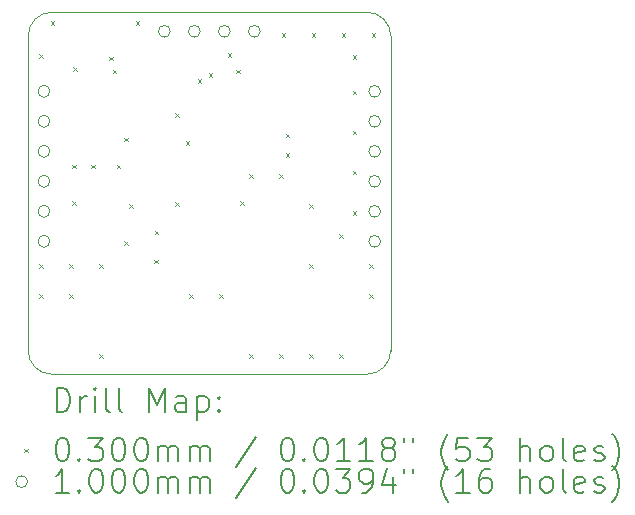
<source format=gbr>
%TF.GenerationSoftware,KiCad,Pcbnew,7.0.1*%
%TF.CreationDate,2023-07-17T03:26:54+02:00*%
%TF.ProjectId,RS485_interface,52533438-355f-4696-9e74-657266616365,2*%
%TF.SameCoordinates,Original*%
%TF.FileFunction,Drillmap*%
%TF.FilePolarity,Positive*%
%FSLAX45Y45*%
G04 Gerber Fmt 4.5, Leading zero omitted, Abs format (unit mm)*
G04 Created by KiCad (PCBNEW 7.0.1) date 2023-07-17 03:26:54*
%MOMM*%
%LPD*%
G01*
G04 APERTURE LIST*
%ADD10C,0.100000*%
%ADD11C,0.200000*%
%ADD12C,0.030000*%
G04 APERTURE END LIST*
D10*
X9410030Y-4613998D02*
X12080030Y-4613998D01*
X12280030Y-4813998D02*
X12280030Y-7478998D01*
X12080030Y-7678998D02*
G75*
G03*
X12280030Y-7478998I0J200000D01*
G01*
X12080030Y-7678998D02*
X9410030Y-7678998D01*
X9410030Y-4613998D02*
G75*
G03*
X9210030Y-4813998I0J-200000D01*
G01*
X12280030Y-4813998D02*
G75*
G03*
X12080030Y-4613998I-200000J0D01*
G01*
X9210030Y-7478998D02*
X9210030Y-4813998D01*
X9210030Y-7478998D02*
G75*
G03*
X9410030Y-7678998I200000J0D01*
G01*
D11*
D12*
X9303500Y-4969042D02*
X9333500Y-4999042D01*
X9333500Y-4969042D02*
X9303500Y-4999042D01*
X9303500Y-6747042D02*
X9333500Y-6777042D01*
X9333500Y-6747042D02*
X9303500Y-6777042D01*
X9303500Y-7001042D02*
X9333500Y-7031042D01*
X9333500Y-7001042D02*
X9303500Y-7031042D01*
X9400030Y-4691498D02*
X9430030Y-4721498D01*
X9430030Y-4691498D02*
X9400030Y-4721498D01*
X9557500Y-6747042D02*
X9587500Y-6777042D01*
X9587500Y-6747042D02*
X9557500Y-6777042D01*
X9557500Y-7001042D02*
X9587500Y-7031042D01*
X9587500Y-7001042D02*
X9557500Y-7031042D01*
X9582530Y-5906448D02*
X9612530Y-5936448D01*
X9612530Y-5906448D02*
X9582530Y-5936448D01*
X9582530Y-6213948D02*
X9612530Y-6243948D01*
X9612530Y-6213948D02*
X9582530Y-6243948D01*
X9590030Y-5081498D02*
X9620030Y-5111498D01*
X9620030Y-5081498D02*
X9590030Y-5111498D01*
X9745030Y-5906448D02*
X9775030Y-5936448D01*
X9775030Y-5906448D02*
X9745030Y-5936448D01*
X9811500Y-6747042D02*
X9841500Y-6777042D01*
X9841500Y-6747042D02*
X9811500Y-6777042D01*
X9811500Y-7509042D02*
X9841500Y-7539042D01*
X9841500Y-7509042D02*
X9811500Y-7539042D01*
X9897530Y-4991498D02*
X9927530Y-5021498D01*
X9927530Y-4991498D02*
X9897530Y-5021498D01*
X9927500Y-5102500D02*
X9957500Y-5132500D01*
X9957500Y-5102500D02*
X9927500Y-5132500D01*
X9960030Y-5906448D02*
X9990030Y-5936448D01*
X9990030Y-5906448D02*
X9960030Y-5936448D01*
X10022500Y-5677500D02*
X10052500Y-5707500D01*
X10052500Y-5677500D02*
X10022500Y-5707500D01*
X10025030Y-6551498D02*
X10055030Y-6581498D01*
X10055030Y-6551498D02*
X10025030Y-6581498D01*
X10065500Y-6239042D02*
X10095500Y-6269042D01*
X10095500Y-6239042D02*
X10065500Y-6269042D01*
X10120030Y-4691498D02*
X10150030Y-4721498D01*
X10150030Y-4691498D02*
X10120030Y-4721498D01*
X10278500Y-6708042D02*
X10308500Y-6738042D01*
X10308500Y-6708042D02*
X10278500Y-6738042D01*
X10281000Y-6465542D02*
X10311000Y-6495542D01*
X10311000Y-6465542D02*
X10281000Y-6495542D01*
X10455030Y-6221498D02*
X10485030Y-6251498D01*
X10485030Y-6221498D02*
X10455030Y-6251498D01*
X10457530Y-5470248D02*
X10487530Y-5500248D01*
X10487530Y-5470248D02*
X10457530Y-5500248D01*
X10545030Y-5706498D02*
X10575030Y-5736498D01*
X10575030Y-5706498D02*
X10545030Y-5736498D01*
X10573500Y-7001042D02*
X10603500Y-7031042D01*
X10603500Y-7001042D02*
X10573500Y-7031042D01*
X10647530Y-5181498D02*
X10677530Y-5211498D01*
X10677530Y-5181498D02*
X10647530Y-5211498D01*
X10740030Y-5131498D02*
X10770030Y-5161498D01*
X10770030Y-5131498D02*
X10740030Y-5161498D01*
X10827500Y-7001042D02*
X10857500Y-7031042D01*
X10857500Y-7001042D02*
X10827500Y-7031042D01*
X10900030Y-4961498D02*
X10930030Y-4991498D01*
X10930030Y-4961498D02*
X10900030Y-4991498D01*
X10970030Y-5098998D02*
X11000030Y-5128998D01*
X11000030Y-5098998D02*
X10970030Y-5128998D01*
X11003500Y-6215542D02*
X11033500Y-6245542D01*
X11033500Y-6215542D02*
X11003500Y-6245542D01*
X11081500Y-5985042D02*
X11111500Y-6015042D01*
X11111500Y-5985042D02*
X11081500Y-6015042D01*
X11081500Y-7509042D02*
X11111500Y-7539042D01*
X11111500Y-7509042D02*
X11081500Y-7539042D01*
X11335500Y-5985042D02*
X11365500Y-6015042D01*
X11365500Y-5985042D02*
X11335500Y-6015042D01*
X11335500Y-7509042D02*
X11365500Y-7539042D01*
X11365500Y-7509042D02*
X11335500Y-7539042D01*
X11355530Y-4791498D02*
X11385530Y-4821498D01*
X11385530Y-4791498D02*
X11355530Y-4821498D01*
X11390030Y-5641498D02*
X11420030Y-5671498D01*
X11420030Y-5641498D02*
X11390030Y-5671498D01*
X11390030Y-5808998D02*
X11420030Y-5838998D01*
X11420030Y-5808998D02*
X11390030Y-5838998D01*
X11589500Y-6239042D02*
X11619500Y-6269042D01*
X11619500Y-6239042D02*
X11589500Y-6269042D01*
X11589500Y-6747042D02*
X11619500Y-6777042D01*
X11619500Y-6747042D02*
X11589500Y-6777042D01*
X11589500Y-7509042D02*
X11619500Y-7539042D01*
X11619500Y-7509042D02*
X11589500Y-7539042D01*
X11609530Y-4791498D02*
X11639530Y-4821498D01*
X11639530Y-4791498D02*
X11609530Y-4821498D01*
X11843500Y-6493042D02*
X11873500Y-6523042D01*
X11873500Y-6493042D02*
X11843500Y-6523042D01*
X11843500Y-7509042D02*
X11873500Y-7539042D01*
X11873500Y-7509042D02*
X11843500Y-7539042D01*
X11863530Y-4791498D02*
X11893530Y-4821498D01*
X11893530Y-4791498D02*
X11863530Y-4821498D01*
X11957530Y-4978998D02*
X11987530Y-5008998D01*
X11987530Y-4978998D02*
X11957530Y-5008998D01*
X11957530Y-5278998D02*
X11987530Y-5308998D01*
X11987530Y-5278998D02*
X11957530Y-5308998D01*
X11957530Y-5616498D02*
X11987530Y-5646498D01*
X11987530Y-5616498D02*
X11957530Y-5646498D01*
X11957530Y-5956498D02*
X11987530Y-5986498D01*
X11987530Y-5956498D02*
X11957530Y-5986498D01*
X11957530Y-6296498D02*
X11987530Y-6326498D01*
X11987530Y-6296498D02*
X11957530Y-6326498D01*
X12097500Y-6747042D02*
X12127500Y-6777042D01*
X12127500Y-6747042D02*
X12097500Y-6777042D01*
X12097500Y-7001042D02*
X12127500Y-7031042D01*
X12127500Y-7001042D02*
X12097500Y-7031042D01*
X12117530Y-4791498D02*
X12147530Y-4821498D01*
X12147530Y-4791498D02*
X12117530Y-4821498D01*
D10*
X9394000Y-5283542D02*
G75*
G03*
X9394000Y-5283542I-50000J0D01*
G01*
X9394000Y-5537542D02*
G75*
G03*
X9394000Y-5537542I-50000J0D01*
G01*
X9394000Y-5791542D02*
G75*
G03*
X9394000Y-5791542I-50000J0D01*
G01*
X9394000Y-6045542D02*
G75*
G03*
X9394000Y-6045542I-50000J0D01*
G01*
X9394000Y-6299542D02*
G75*
G03*
X9394000Y-6299542I-50000J0D01*
G01*
X9394000Y-6553542D02*
G75*
G03*
X9394000Y-6553542I-50000J0D01*
G01*
X10413000Y-4775542D02*
G75*
G03*
X10413000Y-4775542I-50000J0D01*
G01*
X10667000Y-4775542D02*
G75*
G03*
X10667000Y-4775542I-50000J0D01*
G01*
X10921000Y-4775542D02*
G75*
G03*
X10921000Y-4775542I-50000J0D01*
G01*
X11175000Y-4775542D02*
G75*
G03*
X11175000Y-4775542I-50000J0D01*
G01*
X12194000Y-5283542D02*
G75*
G03*
X12194000Y-5283542I-50000J0D01*
G01*
X12194000Y-5537542D02*
G75*
G03*
X12194000Y-5537542I-50000J0D01*
G01*
X12194000Y-5791542D02*
G75*
G03*
X12194000Y-5791542I-50000J0D01*
G01*
X12194000Y-6045542D02*
G75*
G03*
X12194000Y-6045542I-50000J0D01*
G01*
X12194000Y-6299542D02*
G75*
G03*
X12194000Y-6299542I-50000J0D01*
G01*
X12194000Y-6553542D02*
G75*
G03*
X12194000Y-6553542I-50000J0D01*
G01*
D11*
X9452649Y-7996522D02*
X9452649Y-7796522D01*
X9452649Y-7796522D02*
X9500268Y-7796522D01*
X9500268Y-7796522D02*
X9528840Y-7806045D01*
X9528840Y-7806045D02*
X9547887Y-7825093D01*
X9547887Y-7825093D02*
X9557411Y-7844141D01*
X9557411Y-7844141D02*
X9566935Y-7882236D01*
X9566935Y-7882236D02*
X9566935Y-7910807D01*
X9566935Y-7910807D02*
X9557411Y-7948902D01*
X9557411Y-7948902D02*
X9547887Y-7967950D01*
X9547887Y-7967950D02*
X9528840Y-7986998D01*
X9528840Y-7986998D02*
X9500268Y-7996522D01*
X9500268Y-7996522D02*
X9452649Y-7996522D01*
X9652649Y-7996522D02*
X9652649Y-7863188D01*
X9652649Y-7901283D02*
X9662173Y-7882236D01*
X9662173Y-7882236D02*
X9671697Y-7872712D01*
X9671697Y-7872712D02*
X9690744Y-7863188D01*
X9690744Y-7863188D02*
X9709792Y-7863188D01*
X9776459Y-7996522D02*
X9776459Y-7863188D01*
X9776459Y-7796522D02*
X9766935Y-7806045D01*
X9766935Y-7806045D02*
X9776459Y-7815569D01*
X9776459Y-7815569D02*
X9785982Y-7806045D01*
X9785982Y-7806045D02*
X9776459Y-7796522D01*
X9776459Y-7796522D02*
X9776459Y-7815569D01*
X9900268Y-7996522D02*
X9881221Y-7986998D01*
X9881221Y-7986998D02*
X9871697Y-7967950D01*
X9871697Y-7967950D02*
X9871697Y-7796522D01*
X10005030Y-7996522D02*
X9985982Y-7986998D01*
X9985982Y-7986998D02*
X9976459Y-7967950D01*
X9976459Y-7967950D02*
X9976459Y-7796522D01*
X10233602Y-7996522D02*
X10233602Y-7796522D01*
X10233602Y-7796522D02*
X10300268Y-7939379D01*
X10300268Y-7939379D02*
X10366935Y-7796522D01*
X10366935Y-7796522D02*
X10366935Y-7996522D01*
X10547887Y-7996522D02*
X10547887Y-7891760D01*
X10547887Y-7891760D02*
X10538363Y-7872712D01*
X10538363Y-7872712D02*
X10519316Y-7863188D01*
X10519316Y-7863188D02*
X10481221Y-7863188D01*
X10481221Y-7863188D02*
X10462173Y-7872712D01*
X10547887Y-7986998D02*
X10528840Y-7996522D01*
X10528840Y-7996522D02*
X10481221Y-7996522D01*
X10481221Y-7996522D02*
X10462173Y-7986998D01*
X10462173Y-7986998D02*
X10452649Y-7967950D01*
X10452649Y-7967950D02*
X10452649Y-7948902D01*
X10452649Y-7948902D02*
X10462173Y-7929855D01*
X10462173Y-7929855D02*
X10481221Y-7920331D01*
X10481221Y-7920331D02*
X10528840Y-7920331D01*
X10528840Y-7920331D02*
X10547887Y-7910807D01*
X10643125Y-7863188D02*
X10643125Y-8063188D01*
X10643125Y-7872712D02*
X10662173Y-7863188D01*
X10662173Y-7863188D02*
X10700268Y-7863188D01*
X10700268Y-7863188D02*
X10719316Y-7872712D01*
X10719316Y-7872712D02*
X10728840Y-7882236D01*
X10728840Y-7882236D02*
X10738363Y-7901283D01*
X10738363Y-7901283D02*
X10738363Y-7958426D01*
X10738363Y-7958426D02*
X10728840Y-7977474D01*
X10728840Y-7977474D02*
X10719316Y-7986998D01*
X10719316Y-7986998D02*
X10700268Y-7996522D01*
X10700268Y-7996522D02*
X10662173Y-7996522D01*
X10662173Y-7996522D02*
X10643125Y-7986998D01*
X10824078Y-7977474D02*
X10833602Y-7986998D01*
X10833602Y-7986998D02*
X10824078Y-7996522D01*
X10824078Y-7996522D02*
X10814554Y-7986998D01*
X10814554Y-7986998D02*
X10824078Y-7977474D01*
X10824078Y-7977474D02*
X10824078Y-7996522D01*
X10824078Y-7872712D02*
X10833602Y-7882236D01*
X10833602Y-7882236D02*
X10824078Y-7891760D01*
X10824078Y-7891760D02*
X10814554Y-7882236D01*
X10814554Y-7882236D02*
X10824078Y-7872712D01*
X10824078Y-7872712D02*
X10824078Y-7891760D01*
D12*
X9175030Y-8308998D02*
X9205030Y-8338998D01*
X9205030Y-8308998D02*
X9175030Y-8338998D01*
D11*
X9490744Y-8216522D02*
X9509792Y-8216522D01*
X9509792Y-8216522D02*
X9528840Y-8226045D01*
X9528840Y-8226045D02*
X9538363Y-8235569D01*
X9538363Y-8235569D02*
X9547887Y-8254617D01*
X9547887Y-8254617D02*
X9557411Y-8292712D01*
X9557411Y-8292712D02*
X9557411Y-8340331D01*
X9557411Y-8340331D02*
X9547887Y-8378426D01*
X9547887Y-8378426D02*
X9538363Y-8397474D01*
X9538363Y-8397474D02*
X9528840Y-8406998D01*
X9528840Y-8406998D02*
X9509792Y-8416522D01*
X9509792Y-8416522D02*
X9490744Y-8416522D01*
X9490744Y-8416522D02*
X9471697Y-8406998D01*
X9471697Y-8406998D02*
X9462173Y-8397474D01*
X9462173Y-8397474D02*
X9452649Y-8378426D01*
X9452649Y-8378426D02*
X9443125Y-8340331D01*
X9443125Y-8340331D02*
X9443125Y-8292712D01*
X9443125Y-8292712D02*
X9452649Y-8254617D01*
X9452649Y-8254617D02*
X9462173Y-8235569D01*
X9462173Y-8235569D02*
X9471697Y-8226045D01*
X9471697Y-8226045D02*
X9490744Y-8216522D01*
X9643125Y-8397474D02*
X9652649Y-8406998D01*
X9652649Y-8406998D02*
X9643125Y-8416522D01*
X9643125Y-8416522D02*
X9633602Y-8406998D01*
X9633602Y-8406998D02*
X9643125Y-8397474D01*
X9643125Y-8397474D02*
X9643125Y-8416522D01*
X9719316Y-8216522D02*
X9843125Y-8216522D01*
X9843125Y-8216522D02*
X9776459Y-8292712D01*
X9776459Y-8292712D02*
X9805030Y-8292712D01*
X9805030Y-8292712D02*
X9824078Y-8302236D01*
X9824078Y-8302236D02*
X9833602Y-8311760D01*
X9833602Y-8311760D02*
X9843125Y-8330807D01*
X9843125Y-8330807D02*
X9843125Y-8378426D01*
X9843125Y-8378426D02*
X9833602Y-8397474D01*
X9833602Y-8397474D02*
X9824078Y-8406998D01*
X9824078Y-8406998D02*
X9805030Y-8416522D01*
X9805030Y-8416522D02*
X9747887Y-8416522D01*
X9747887Y-8416522D02*
X9728840Y-8406998D01*
X9728840Y-8406998D02*
X9719316Y-8397474D01*
X9966935Y-8216522D02*
X9985983Y-8216522D01*
X9985983Y-8216522D02*
X10005030Y-8226045D01*
X10005030Y-8226045D02*
X10014554Y-8235569D01*
X10014554Y-8235569D02*
X10024078Y-8254617D01*
X10024078Y-8254617D02*
X10033602Y-8292712D01*
X10033602Y-8292712D02*
X10033602Y-8340331D01*
X10033602Y-8340331D02*
X10024078Y-8378426D01*
X10024078Y-8378426D02*
X10014554Y-8397474D01*
X10014554Y-8397474D02*
X10005030Y-8406998D01*
X10005030Y-8406998D02*
X9985983Y-8416522D01*
X9985983Y-8416522D02*
X9966935Y-8416522D01*
X9966935Y-8416522D02*
X9947887Y-8406998D01*
X9947887Y-8406998D02*
X9938363Y-8397474D01*
X9938363Y-8397474D02*
X9928840Y-8378426D01*
X9928840Y-8378426D02*
X9919316Y-8340331D01*
X9919316Y-8340331D02*
X9919316Y-8292712D01*
X9919316Y-8292712D02*
X9928840Y-8254617D01*
X9928840Y-8254617D02*
X9938363Y-8235569D01*
X9938363Y-8235569D02*
X9947887Y-8226045D01*
X9947887Y-8226045D02*
X9966935Y-8216522D01*
X10157411Y-8216522D02*
X10176459Y-8216522D01*
X10176459Y-8216522D02*
X10195506Y-8226045D01*
X10195506Y-8226045D02*
X10205030Y-8235569D01*
X10205030Y-8235569D02*
X10214554Y-8254617D01*
X10214554Y-8254617D02*
X10224078Y-8292712D01*
X10224078Y-8292712D02*
X10224078Y-8340331D01*
X10224078Y-8340331D02*
X10214554Y-8378426D01*
X10214554Y-8378426D02*
X10205030Y-8397474D01*
X10205030Y-8397474D02*
X10195506Y-8406998D01*
X10195506Y-8406998D02*
X10176459Y-8416522D01*
X10176459Y-8416522D02*
X10157411Y-8416522D01*
X10157411Y-8416522D02*
X10138363Y-8406998D01*
X10138363Y-8406998D02*
X10128840Y-8397474D01*
X10128840Y-8397474D02*
X10119316Y-8378426D01*
X10119316Y-8378426D02*
X10109792Y-8340331D01*
X10109792Y-8340331D02*
X10109792Y-8292712D01*
X10109792Y-8292712D02*
X10119316Y-8254617D01*
X10119316Y-8254617D02*
X10128840Y-8235569D01*
X10128840Y-8235569D02*
X10138363Y-8226045D01*
X10138363Y-8226045D02*
X10157411Y-8216522D01*
X10309792Y-8416522D02*
X10309792Y-8283188D01*
X10309792Y-8302236D02*
X10319316Y-8292712D01*
X10319316Y-8292712D02*
X10338363Y-8283188D01*
X10338363Y-8283188D02*
X10366935Y-8283188D01*
X10366935Y-8283188D02*
X10385983Y-8292712D01*
X10385983Y-8292712D02*
X10395506Y-8311760D01*
X10395506Y-8311760D02*
X10395506Y-8416522D01*
X10395506Y-8311760D02*
X10405030Y-8292712D01*
X10405030Y-8292712D02*
X10424078Y-8283188D01*
X10424078Y-8283188D02*
X10452649Y-8283188D01*
X10452649Y-8283188D02*
X10471697Y-8292712D01*
X10471697Y-8292712D02*
X10481221Y-8311760D01*
X10481221Y-8311760D02*
X10481221Y-8416522D01*
X10576459Y-8416522D02*
X10576459Y-8283188D01*
X10576459Y-8302236D02*
X10585983Y-8292712D01*
X10585983Y-8292712D02*
X10605030Y-8283188D01*
X10605030Y-8283188D02*
X10633602Y-8283188D01*
X10633602Y-8283188D02*
X10652649Y-8292712D01*
X10652649Y-8292712D02*
X10662173Y-8311760D01*
X10662173Y-8311760D02*
X10662173Y-8416522D01*
X10662173Y-8311760D02*
X10671697Y-8292712D01*
X10671697Y-8292712D02*
X10690744Y-8283188D01*
X10690744Y-8283188D02*
X10719316Y-8283188D01*
X10719316Y-8283188D02*
X10738364Y-8292712D01*
X10738364Y-8292712D02*
X10747887Y-8311760D01*
X10747887Y-8311760D02*
X10747887Y-8416522D01*
X11138364Y-8206998D02*
X10966935Y-8464141D01*
X11395506Y-8216522D02*
X11414554Y-8216522D01*
X11414554Y-8216522D02*
X11433602Y-8226045D01*
X11433602Y-8226045D02*
X11443125Y-8235569D01*
X11443125Y-8235569D02*
X11452649Y-8254617D01*
X11452649Y-8254617D02*
X11462173Y-8292712D01*
X11462173Y-8292712D02*
X11462173Y-8340331D01*
X11462173Y-8340331D02*
X11452649Y-8378426D01*
X11452649Y-8378426D02*
X11443125Y-8397474D01*
X11443125Y-8397474D02*
X11433602Y-8406998D01*
X11433602Y-8406998D02*
X11414554Y-8416522D01*
X11414554Y-8416522D02*
X11395506Y-8416522D01*
X11395506Y-8416522D02*
X11376459Y-8406998D01*
X11376459Y-8406998D02*
X11366935Y-8397474D01*
X11366935Y-8397474D02*
X11357411Y-8378426D01*
X11357411Y-8378426D02*
X11347887Y-8340331D01*
X11347887Y-8340331D02*
X11347887Y-8292712D01*
X11347887Y-8292712D02*
X11357411Y-8254617D01*
X11357411Y-8254617D02*
X11366935Y-8235569D01*
X11366935Y-8235569D02*
X11376459Y-8226045D01*
X11376459Y-8226045D02*
X11395506Y-8216522D01*
X11547887Y-8397474D02*
X11557411Y-8406998D01*
X11557411Y-8406998D02*
X11547887Y-8416522D01*
X11547887Y-8416522D02*
X11538364Y-8406998D01*
X11538364Y-8406998D02*
X11547887Y-8397474D01*
X11547887Y-8397474D02*
X11547887Y-8416522D01*
X11681221Y-8216522D02*
X11700268Y-8216522D01*
X11700268Y-8216522D02*
X11719316Y-8226045D01*
X11719316Y-8226045D02*
X11728840Y-8235569D01*
X11728840Y-8235569D02*
X11738364Y-8254617D01*
X11738364Y-8254617D02*
X11747887Y-8292712D01*
X11747887Y-8292712D02*
X11747887Y-8340331D01*
X11747887Y-8340331D02*
X11738364Y-8378426D01*
X11738364Y-8378426D02*
X11728840Y-8397474D01*
X11728840Y-8397474D02*
X11719316Y-8406998D01*
X11719316Y-8406998D02*
X11700268Y-8416522D01*
X11700268Y-8416522D02*
X11681221Y-8416522D01*
X11681221Y-8416522D02*
X11662173Y-8406998D01*
X11662173Y-8406998D02*
X11652649Y-8397474D01*
X11652649Y-8397474D02*
X11643125Y-8378426D01*
X11643125Y-8378426D02*
X11633602Y-8340331D01*
X11633602Y-8340331D02*
X11633602Y-8292712D01*
X11633602Y-8292712D02*
X11643125Y-8254617D01*
X11643125Y-8254617D02*
X11652649Y-8235569D01*
X11652649Y-8235569D02*
X11662173Y-8226045D01*
X11662173Y-8226045D02*
X11681221Y-8216522D01*
X11938364Y-8416522D02*
X11824078Y-8416522D01*
X11881221Y-8416522D02*
X11881221Y-8216522D01*
X11881221Y-8216522D02*
X11862173Y-8245093D01*
X11862173Y-8245093D02*
X11843125Y-8264141D01*
X11843125Y-8264141D02*
X11824078Y-8273664D01*
X12128840Y-8416522D02*
X12014554Y-8416522D01*
X12071697Y-8416522D02*
X12071697Y-8216522D01*
X12071697Y-8216522D02*
X12052649Y-8245093D01*
X12052649Y-8245093D02*
X12033602Y-8264141D01*
X12033602Y-8264141D02*
X12014554Y-8273664D01*
X12243125Y-8302236D02*
X12224078Y-8292712D01*
X12224078Y-8292712D02*
X12214554Y-8283188D01*
X12214554Y-8283188D02*
X12205030Y-8264141D01*
X12205030Y-8264141D02*
X12205030Y-8254617D01*
X12205030Y-8254617D02*
X12214554Y-8235569D01*
X12214554Y-8235569D02*
X12224078Y-8226045D01*
X12224078Y-8226045D02*
X12243125Y-8216522D01*
X12243125Y-8216522D02*
X12281221Y-8216522D01*
X12281221Y-8216522D02*
X12300268Y-8226045D01*
X12300268Y-8226045D02*
X12309792Y-8235569D01*
X12309792Y-8235569D02*
X12319316Y-8254617D01*
X12319316Y-8254617D02*
X12319316Y-8264141D01*
X12319316Y-8264141D02*
X12309792Y-8283188D01*
X12309792Y-8283188D02*
X12300268Y-8292712D01*
X12300268Y-8292712D02*
X12281221Y-8302236D01*
X12281221Y-8302236D02*
X12243125Y-8302236D01*
X12243125Y-8302236D02*
X12224078Y-8311760D01*
X12224078Y-8311760D02*
X12214554Y-8321283D01*
X12214554Y-8321283D02*
X12205030Y-8340331D01*
X12205030Y-8340331D02*
X12205030Y-8378426D01*
X12205030Y-8378426D02*
X12214554Y-8397474D01*
X12214554Y-8397474D02*
X12224078Y-8406998D01*
X12224078Y-8406998D02*
X12243125Y-8416522D01*
X12243125Y-8416522D02*
X12281221Y-8416522D01*
X12281221Y-8416522D02*
X12300268Y-8406998D01*
X12300268Y-8406998D02*
X12309792Y-8397474D01*
X12309792Y-8397474D02*
X12319316Y-8378426D01*
X12319316Y-8378426D02*
X12319316Y-8340331D01*
X12319316Y-8340331D02*
X12309792Y-8321283D01*
X12309792Y-8321283D02*
X12300268Y-8311760D01*
X12300268Y-8311760D02*
X12281221Y-8302236D01*
X12395506Y-8216522D02*
X12395506Y-8254617D01*
X12471697Y-8216522D02*
X12471697Y-8254617D01*
X12766935Y-8492712D02*
X12757411Y-8483188D01*
X12757411Y-8483188D02*
X12738364Y-8454617D01*
X12738364Y-8454617D02*
X12728840Y-8435569D01*
X12728840Y-8435569D02*
X12719316Y-8406998D01*
X12719316Y-8406998D02*
X12709792Y-8359379D01*
X12709792Y-8359379D02*
X12709792Y-8321283D01*
X12709792Y-8321283D02*
X12719316Y-8273664D01*
X12719316Y-8273664D02*
X12728840Y-8245093D01*
X12728840Y-8245093D02*
X12738364Y-8226045D01*
X12738364Y-8226045D02*
X12757411Y-8197474D01*
X12757411Y-8197474D02*
X12766935Y-8187950D01*
X12938364Y-8216522D02*
X12843126Y-8216522D01*
X12843126Y-8216522D02*
X12833602Y-8311760D01*
X12833602Y-8311760D02*
X12843126Y-8302236D01*
X12843126Y-8302236D02*
X12862173Y-8292712D01*
X12862173Y-8292712D02*
X12909792Y-8292712D01*
X12909792Y-8292712D02*
X12928840Y-8302236D01*
X12928840Y-8302236D02*
X12938364Y-8311760D01*
X12938364Y-8311760D02*
X12947887Y-8330807D01*
X12947887Y-8330807D02*
X12947887Y-8378426D01*
X12947887Y-8378426D02*
X12938364Y-8397474D01*
X12938364Y-8397474D02*
X12928840Y-8406998D01*
X12928840Y-8406998D02*
X12909792Y-8416522D01*
X12909792Y-8416522D02*
X12862173Y-8416522D01*
X12862173Y-8416522D02*
X12843126Y-8406998D01*
X12843126Y-8406998D02*
X12833602Y-8397474D01*
X13014554Y-8216522D02*
X13138364Y-8216522D01*
X13138364Y-8216522D02*
X13071697Y-8292712D01*
X13071697Y-8292712D02*
X13100268Y-8292712D01*
X13100268Y-8292712D02*
X13119316Y-8302236D01*
X13119316Y-8302236D02*
X13128840Y-8311760D01*
X13128840Y-8311760D02*
X13138364Y-8330807D01*
X13138364Y-8330807D02*
X13138364Y-8378426D01*
X13138364Y-8378426D02*
X13128840Y-8397474D01*
X13128840Y-8397474D02*
X13119316Y-8406998D01*
X13119316Y-8406998D02*
X13100268Y-8416522D01*
X13100268Y-8416522D02*
X13043126Y-8416522D01*
X13043126Y-8416522D02*
X13024078Y-8406998D01*
X13024078Y-8406998D02*
X13014554Y-8397474D01*
X13376459Y-8416522D02*
X13376459Y-8216522D01*
X13462173Y-8416522D02*
X13462173Y-8311760D01*
X13462173Y-8311760D02*
X13452649Y-8292712D01*
X13452649Y-8292712D02*
X13433602Y-8283188D01*
X13433602Y-8283188D02*
X13405030Y-8283188D01*
X13405030Y-8283188D02*
X13385983Y-8292712D01*
X13385983Y-8292712D02*
X13376459Y-8302236D01*
X13585983Y-8416522D02*
X13566935Y-8406998D01*
X13566935Y-8406998D02*
X13557411Y-8397474D01*
X13557411Y-8397474D02*
X13547888Y-8378426D01*
X13547888Y-8378426D02*
X13547888Y-8321283D01*
X13547888Y-8321283D02*
X13557411Y-8302236D01*
X13557411Y-8302236D02*
X13566935Y-8292712D01*
X13566935Y-8292712D02*
X13585983Y-8283188D01*
X13585983Y-8283188D02*
X13614554Y-8283188D01*
X13614554Y-8283188D02*
X13633602Y-8292712D01*
X13633602Y-8292712D02*
X13643126Y-8302236D01*
X13643126Y-8302236D02*
X13652649Y-8321283D01*
X13652649Y-8321283D02*
X13652649Y-8378426D01*
X13652649Y-8378426D02*
X13643126Y-8397474D01*
X13643126Y-8397474D02*
X13633602Y-8406998D01*
X13633602Y-8406998D02*
X13614554Y-8416522D01*
X13614554Y-8416522D02*
X13585983Y-8416522D01*
X13766935Y-8416522D02*
X13747888Y-8406998D01*
X13747888Y-8406998D02*
X13738364Y-8387950D01*
X13738364Y-8387950D02*
X13738364Y-8216522D01*
X13919316Y-8406998D02*
X13900269Y-8416522D01*
X13900269Y-8416522D02*
X13862173Y-8416522D01*
X13862173Y-8416522D02*
X13843126Y-8406998D01*
X13843126Y-8406998D02*
X13833602Y-8387950D01*
X13833602Y-8387950D02*
X13833602Y-8311760D01*
X13833602Y-8311760D02*
X13843126Y-8292712D01*
X13843126Y-8292712D02*
X13862173Y-8283188D01*
X13862173Y-8283188D02*
X13900269Y-8283188D01*
X13900269Y-8283188D02*
X13919316Y-8292712D01*
X13919316Y-8292712D02*
X13928840Y-8311760D01*
X13928840Y-8311760D02*
X13928840Y-8330807D01*
X13928840Y-8330807D02*
X13833602Y-8349855D01*
X14005030Y-8406998D02*
X14024078Y-8416522D01*
X14024078Y-8416522D02*
X14062173Y-8416522D01*
X14062173Y-8416522D02*
X14081221Y-8406998D01*
X14081221Y-8406998D02*
X14090745Y-8387950D01*
X14090745Y-8387950D02*
X14090745Y-8378426D01*
X14090745Y-8378426D02*
X14081221Y-8359379D01*
X14081221Y-8359379D02*
X14062173Y-8349855D01*
X14062173Y-8349855D02*
X14033602Y-8349855D01*
X14033602Y-8349855D02*
X14014554Y-8340331D01*
X14014554Y-8340331D02*
X14005030Y-8321283D01*
X14005030Y-8321283D02*
X14005030Y-8311760D01*
X14005030Y-8311760D02*
X14014554Y-8292712D01*
X14014554Y-8292712D02*
X14033602Y-8283188D01*
X14033602Y-8283188D02*
X14062173Y-8283188D01*
X14062173Y-8283188D02*
X14081221Y-8292712D01*
X14157411Y-8492712D02*
X14166935Y-8483188D01*
X14166935Y-8483188D02*
X14185983Y-8454617D01*
X14185983Y-8454617D02*
X14195507Y-8435569D01*
X14195507Y-8435569D02*
X14205030Y-8406998D01*
X14205030Y-8406998D02*
X14214554Y-8359379D01*
X14214554Y-8359379D02*
X14214554Y-8321283D01*
X14214554Y-8321283D02*
X14205030Y-8273664D01*
X14205030Y-8273664D02*
X14195507Y-8245093D01*
X14195507Y-8245093D02*
X14185983Y-8226045D01*
X14185983Y-8226045D02*
X14166935Y-8197474D01*
X14166935Y-8197474D02*
X14157411Y-8187950D01*
D10*
X9205030Y-8587998D02*
G75*
G03*
X9205030Y-8587998I-50000J0D01*
G01*
D11*
X9557411Y-8680522D02*
X9443125Y-8680522D01*
X9500268Y-8680522D02*
X9500268Y-8480522D01*
X9500268Y-8480522D02*
X9481221Y-8509093D01*
X9481221Y-8509093D02*
X9462173Y-8528141D01*
X9462173Y-8528141D02*
X9443125Y-8537664D01*
X9643125Y-8661474D02*
X9652649Y-8670998D01*
X9652649Y-8670998D02*
X9643125Y-8680522D01*
X9643125Y-8680522D02*
X9633602Y-8670998D01*
X9633602Y-8670998D02*
X9643125Y-8661474D01*
X9643125Y-8661474D02*
X9643125Y-8680522D01*
X9776459Y-8480522D02*
X9795506Y-8480522D01*
X9795506Y-8480522D02*
X9814554Y-8490045D01*
X9814554Y-8490045D02*
X9824078Y-8499569D01*
X9824078Y-8499569D02*
X9833602Y-8518617D01*
X9833602Y-8518617D02*
X9843125Y-8556712D01*
X9843125Y-8556712D02*
X9843125Y-8604331D01*
X9843125Y-8604331D02*
X9833602Y-8642426D01*
X9833602Y-8642426D02*
X9824078Y-8661474D01*
X9824078Y-8661474D02*
X9814554Y-8670998D01*
X9814554Y-8670998D02*
X9795506Y-8680522D01*
X9795506Y-8680522D02*
X9776459Y-8680522D01*
X9776459Y-8680522D02*
X9757411Y-8670998D01*
X9757411Y-8670998D02*
X9747887Y-8661474D01*
X9747887Y-8661474D02*
X9738363Y-8642426D01*
X9738363Y-8642426D02*
X9728840Y-8604331D01*
X9728840Y-8604331D02*
X9728840Y-8556712D01*
X9728840Y-8556712D02*
X9738363Y-8518617D01*
X9738363Y-8518617D02*
X9747887Y-8499569D01*
X9747887Y-8499569D02*
X9757411Y-8490045D01*
X9757411Y-8490045D02*
X9776459Y-8480522D01*
X9966935Y-8480522D02*
X9985983Y-8480522D01*
X9985983Y-8480522D02*
X10005030Y-8490045D01*
X10005030Y-8490045D02*
X10014554Y-8499569D01*
X10014554Y-8499569D02*
X10024078Y-8518617D01*
X10024078Y-8518617D02*
X10033602Y-8556712D01*
X10033602Y-8556712D02*
X10033602Y-8604331D01*
X10033602Y-8604331D02*
X10024078Y-8642426D01*
X10024078Y-8642426D02*
X10014554Y-8661474D01*
X10014554Y-8661474D02*
X10005030Y-8670998D01*
X10005030Y-8670998D02*
X9985983Y-8680522D01*
X9985983Y-8680522D02*
X9966935Y-8680522D01*
X9966935Y-8680522D02*
X9947887Y-8670998D01*
X9947887Y-8670998D02*
X9938363Y-8661474D01*
X9938363Y-8661474D02*
X9928840Y-8642426D01*
X9928840Y-8642426D02*
X9919316Y-8604331D01*
X9919316Y-8604331D02*
X9919316Y-8556712D01*
X9919316Y-8556712D02*
X9928840Y-8518617D01*
X9928840Y-8518617D02*
X9938363Y-8499569D01*
X9938363Y-8499569D02*
X9947887Y-8490045D01*
X9947887Y-8490045D02*
X9966935Y-8480522D01*
X10157411Y-8480522D02*
X10176459Y-8480522D01*
X10176459Y-8480522D02*
X10195506Y-8490045D01*
X10195506Y-8490045D02*
X10205030Y-8499569D01*
X10205030Y-8499569D02*
X10214554Y-8518617D01*
X10214554Y-8518617D02*
X10224078Y-8556712D01*
X10224078Y-8556712D02*
X10224078Y-8604331D01*
X10224078Y-8604331D02*
X10214554Y-8642426D01*
X10214554Y-8642426D02*
X10205030Y-8661474D01*
X10205030Y-8661474D02*
X10195506Y-8670998D01*
X10195506Y-8670998D02*
X10176459Y-8680522D01*
X10176459Y-8680522D02*
X10157411Y-8680522D01*
X10157411Y-8680522D02*
X10138363Y-8670998D01*
X10138363Y-8670998D02*
X10128840Y-8661474D01*
X10128840Y-8661474D02*
X10119316Y-8642426D01*
X10119316Y-8642426D02*
X10109792Y-8604331D01*
X10109792Y-8604331D02*
X10109792Y-8556712D01*
X10109792Y-8556712D02*
X10119316Y-8518617D01*
X10119316Y-8518617D02*
X10128840Y-8499569D01*
X10128840Y-8499569D02*
X10138363Y-8490045D01*
X10138363Y-8490045D02*
X10157411Y-8480522D01*
X10309792Y-8680522D02*
X10309792Y-8547188D01*
X10309792Y-8566236D02*
X10319316Y-8556712D01*
X10319316Y-8556712D02*
X10338363Y-8547188D01*
X10338363Y-8547188D02*
X10366935Y-8547188D01*
X10366935Y-8547188D02*
X10385983Y-8556712D01*
X10385983Y-8556712D02*
X10395506Y-8575760D01*
X10395506Y-8575760D02*
X10395506Y-8680522D01*
X10395506Y-8575760D02*
X10405030Y-8556712D01*
X10405030Y-8556712D02*
X10424078Y-8547188D01*
X10424078Y-8547188D02*
X10452649Y-8547188D01*
X10452649Y-8547188D02*
X10471697Y-8556712D01*
X10471697Y-8556712D02*
X10481221Y-8575760D01*
X10481221Y-8575760D02*
X10481221Y-8680522D01*
X10576459Y-8680522D02*
X10576459Y-8547188D01*
X10576459Y-8566236D02*
X10585983Y-8556712D01*
X10585983Y-8556712D02*
X10605030Y-8547188D01*
X10605030Y-8547188D02*
X10633602Y-8547188D01*
X10633602Y-8547188D02*
X10652649Y-8556712D01*
X10652649Y-8556712D02*
X10662173Y-8575760D01*
X10662173Y-8575760D02*
X10662173Y-8680522D01*
X10662173Y-8575760D02*
X10671697Y-8556712D01*
X10671697Y-8556712D02*
X10690744Y-8547188D01*
X10690744Y-8547188D02*
X10719316Y-8547188D01*
X10719316Y-8547188D02*
X10738364Y-8556712D01*
X10738364Y-8556712D02*
X10747887Y-8575760D01*
X10747887Y-8575760D02*
X10747887Y-8680522D01*
X11138364Y-8470998D02*
X10966935Y-8728141D01*
X11395506Y-8480522D02*
X11414554Y-8480522D01*
X11414554Y-8480522D02*
X11433602Y-8490045D01*
X11433602Y-8490045D02*
X11443125Y-8499569D01*
X11443125Y-8499569D02*
X11452649Y-8518617D01*
X11452649Y-8518617D02*
X11462173Y-8556712D01*
X11462173Y-8556712D02*
X11462173Y-8604331D01*
X11462173Y-8604331D02*
X11452649Y-8642426D01*
X11452649Y-8642426D02*
X11443125Y-8661474D01*
X11443125Y-8661474D02*
X11433602Y-8670998D01*
X11433602Y-8670998D02*
X11414554Y-8680522D01*
X11414554Y-8680522D02*
X11395506Y-8680522D01*
X11395506Y-8680522D02*
X11376459Y-8670998D01*
X11376459Y-8670998D02*
X11366935Y-8661474D01*
X11366935Y-8661474D02*
X11357411Y-8642426D01*
X11357411Y-8642426D02*
X11347887Y-8604331D01*
X11347887Y-8604331D02*
X11347887Y-8556712D01*
X11347887Y-8556712D02*
X11357411Y-8518617D01*
X11357411Y-8518617D02*
X11366935Y-8499569D01*
X11366935Y-8499569D02*
X11376459Y-8490045D01*
X11376459Y-8490045D02*
X11395506Y-8480522D01*
X11547887Y-8661474D02*
X11557411Y-8670998D01*
X11557411Y-8670998D02*
X11547887Y-8680522D01*
X11547887Y-8680522D02*
X11538364Y-8670998D01*
X11538364Y-8670998D02*
X11547887Y-8661474D01*
X11547887Y-8661474D02*
X11547887Y-8680522D01*
X11681221Y-8480522D02*
X11700268Y-8480522D01*
X11700268Y-8480522D02*
X11719316Y-8490045D01*
X11719316Y-8490045D02*
X11728840Y-8499569D01*
X11728840Y-8499569D02*
X11738364Y-8518617D01*
X11738364Y-8518617D02*
X11747887Y-8556712D01*
X11747887Y-8556712D02*
X11747887Y-8604331D01*
X11747887Y-8604331D02*
X11738364Y-8642426D01*
X11738364Y-8642426D02*
X11728840Y-8661474D01*
X11728840Y-8661474D02*
X11719316Y-8670998D01*
X11719316Y-8670998D02*
X11700268Y-8680522D01*
X11700268Y-8680522D02*
X11681221Y-8680522D01*
X11681221Y-8680522D02*
X11662173Y-8670998D01*
X11662173Y-8670998D02*
X11652649Y-8661474D01*
X11652649Y-8661474D02*
X11643125Y-8642426D01*
X11643125Y-8642426D02*
X11633602Y-8604331D01*
X11633602Y-8604331D02*
X11633602Y-8556712D01*
X11633602Y-8556712D02*
X11643125Y-8518617D01*
X11643125Y-8518617D02*
X11652649Y-8499569D01*
X11652649Y-8499569D02*
X11662173Y-8490045D01*
X11662173Y-8490045D02*
X11681221Y-8480522D01*
X11814554Y-8480522D02*
X11938364Y-8480522D01*
X11938364Y-8480522D02*
X11871697Y-8556712D01*
X11871697Y-8556712D02*
X11900268Y-8556712D01*
X11900268Y-8556712D02*
X11919316Y-8566236D01*
X11919316Y-8566236D02*
X11928840Y-8575760D01*
X11928840Y-8575760D02*
X11938364Y-8594807D01*
X11938364Y-8594807D02*
X11938364Y-8642426D01*
X11938364Y-8642426D02*
X11928840Y-8661474D01*
X11928840Y-8661474D02*
X11919316Y-8670998D01*
X11919316Y-8670998D02*
X11900268Y-8680522D01*
X11900268Y-8680522D02*
X11843125Y-8680522D01*
X11843125Y-8680522D02*
X11824078Y-8670998D01*
X11824078Y-8670998D02*
X11814554Y-8661474D01*
X12033602Y-8680522D02*
X12071697Y-8680522D01*
X12071697Y-8680522D02*
X12090745Y-8670998D01*
X12090745Y-8670998D02*
X12100268Y-8661474D01*
X12100268Y-8661474D02*
X12119316Y-8632903D01*
X12119316Y-8632903D02*
X12128840Y-8594807D01*
X12128840Y-8594807D02*
X12128840Y-8518617D01*
X12128840Y-8518617D02*
X12119316Y-8499569D01*
X12119316Y-8499569D02*
X12109792Y-8490045D01*
X12109792Y-8490045D02*
X12090745Y-8480522D01*
X12090745Y-8480522D02*
X12052649Y-8480522D01*
X12052649Y-8480522D02*
X12033602Y-8490045D01*
X12033602Y-8490045D02*
X12024078Y-8499569D01*
X12024078Y-8499569D02*
X12014554Y-8518617D01*
X12014554Y-8518617D02*
X12014554Y-8566236D01*
X12014554Y-8566236D02*
X12024078Y-8585284D01*
X12024078Y-8585284D02*
X12033602Y-8594807D01*
X12033602Y-8594807D02*
X12052649Y-8604331D01*
X12052649Y-8604331D02*
X12090745Y-8604331D01*
X12090745Y-8604331D02*
X12109792Y-8594807D01*
X12109792Y-8594807D02*
X12119316Y-8585284D01*
X12119316Y-8585284D02*
X12128840Y-8566236D01*
X12300268Y-8547188D02*
X12300268Y-8680522D01*
X12252649Y-8470998D02*
X12205030Y-8613855D01*
X12205030Y-8613855D02*
X12328840Y-8613855D01*
X12395506Y-8480522D02*
X12395506Y-8518617D01*
X12471697Y-8480522D02*
X12471697Y-8518617D01*
X12766935Y-8756712D02*
X12757411Y-8747188D01*
X12757411Y-8747188D02*
X12738364Y-8718617D01*
X12738364Y-8718617D02*
X12728840Y-8699569D01*
X12728840Y-8699569D02*
X12719316Y-8670998D01*
X12719316Y-8670998D02*
X12709792Y-8623379D01*
X12709792Y-8623379D02*
X12709792Y-8585284D01*
X12709792Y-8585284D02*
X12719316Y-8537664D01*
X12719316Y-8537664D02*
X12728840Y-8509093D01*
X12728840Y-8509093D02*
X12738364Y-8490045D01*
X12738364Y-8490045D02*
X12757411Y-8461474D01*
X12757411Y-8461474D02*
X12766935Y-8451950D01*
X12947887Y-8680522D02*
X12833602Y-8680522D01*
X12890745Y-8680522D02*
X12890745Y-8480522D01*
X12890745Y-8480522D02*
X12871697Y-8509093D01*
X12871697Y-8509093D02*
X12852649Y-8528141D01*
X12852649Y-8528141D02*
X12833602Y-8537664D01*
X13119316Y-8480522D02*
X13081221Y-8480522D01*
X13081221Y-8480522D02*
X13062173Y-8490045D01*
X13062173Y-8490045D02*
X13052649Y-8499569D01*
X13052649Y-8499569D02*
X13033602Y-8528141D01*
X13033602Y-8528141D02*
X13024078Y-8566236D01*
X13024078Y-8566236D02*
X13024078Y-8642426D01*
X13024078Y-8642426D02*
X13033602Y-8661474D01*
X13033602Y-8661474D02*
X13043126Y-8670998D01*
X13043126Y-8670998D02*
X13062173Y-8680522D01*
X13062173Y-8680522D02*
X13100268Y-8680522D01*
X13100268Y-8680522D02*
X13119316Y-8670998D01*
X13119316Y-8670998D02*
X13128840Y-8661474D01*
X13128840Y-8661474D02*
X13138364Y-8642426D01*
X13138364Y-8642426D02*
X13138364Y-8594807D01*
X13138364Y-8594807D02*
X13128840Y-8575760D01*
X13128840Y-8575760D02*
X13119316Y-8566236D01*
X13119316Y-8566236D02*
X13100268Y-8556712D01*
X13100268Y-8556712D02*
X13062173Y-8556712D01*
X13062173Y-8556712D02*
X13043126Y-8566236D01*
X13043126Y-8566236D02*
X13033602Y-8575760D01*
X13033602Y-8575760D02*
X13024078Y-8594807D01*
X13376459Y-8680522D02*
X13376459Y-8480522D01*
X13462173Y-8680522D02*
X13462173Y-8575760D01*
X13462173Y-8575760D02*
X13452649Y-8556712D01*
X13452649Y-8556712D02*
X13433602Y-8547188D01*
X13433602Y-8547188D02*
X13405030Y-8547188D01*
X13405030Y-8547188D02*
X13385983Y-8556712D01*
X13385983Y-8556712D02*
X13376459Y-8566236D01*
X13585983Y-8680522D02*
X13566935Y-8670998D01*
X13566935Y-8670998D02*
X13557411Y-8661474D01*
X13557411Y-8661474D02*
X13547888Y-8642426D01*
X13547888Y-8642426D02*
X13547888Y-8585284D01*
X13547888Y-8585284D02*
X13557411Y-8566236D01*
X13557411Y-8566236D02*
X13566935Y-8556712D01*
X13566935Y-8556712D02*
X13585983Y-8547188D01*
X13585983Y-8547188D02*
X13614554Y-8547188D01*
X13614554Y-8547188D02*
X13633602Y-8556712D01*
X13633602Y-8556712D02*
X13643126Y-8566236D01*
X13643126Y-8566236D02*
X13652649Y-8585284D01*
X13652649Y-8585284D02*
X13652649Y-8642426D01*
X13652649Y-8642426D02*
X13643126Y-8661474D01*
X13643126Y-8661474D02*
X13633602Y-8670998D01*
X13633602Y-8670998D02*
X13614554Y-8680522D01*
X13614554Y-8680522D02*
X13585983Y-8680522D01*
X13766935Y-8680522D02*
X13747888Y-8670998D01*
X13747888Y-8670998D02*
X13738364Y-8651950D01*
X13738364Y-8651950D02*
X13738364Y-8480522D01*
X13919316Y-8670998D02*
X13900269Y-8680522D01*
X13900269Y-8680522D02*
X13862173Y-8680522D01*
X13862173Y-8680522D02*
X13843126Y-8670998D01*
X13843126Y-8670998D02*
X13833602Y-8651950D01*
X13833602Y-8651950D02*
X13833602Y-8575760D01*
X13833602Y-8575760D02*
X13843126Y-8556712D01*
X13843126Y-8556712D02*
X13862173Y-8547188D01*
X13862173Y-8547188D02*
X13900269Y-8547188D01*
X13900269Y-8547188D02*
X13919316Y-8556712D01*
X13919316Y-8556712D02*
X13928840Y-8575760D01*
X13928840Y-8575760D02*
X13928840Y-8594807D01*
X13928840Y-8594807D02*
X13833602Y-8613855D01*
X14005030Y-8670998D02*
X14024078Y-8680522D01*
X14024078Y-8680522D02*
X14062173Y-8680522D01*
X14062173Y-8680522D02*
X14081221Y-8670998D01*
X14081221Y-8670998D02*
X14090745Y-8651950D01*
X14090745Y-8651950D02*
X14090745Y-8642426D01*
X14090745Y-8642426D02*
X14081221Y-8623379D01*
X14081221Y-8623379D02*
X14062173Y-8613855D01*
X14062173Y-8613855D02*
X14033602Y-8613855D01*
X14033602Y-8613855D02*
X14014554Y-8604331D01*
X14014554Y-8604331D02*
X14005030Y-8585284D01*
X14005030Y-8585284D02*
X14005030Y-8575760D01*
X14005030Y-8575760D02*
X14014554Y-8556712D01*
X14014554Y-8556712D02*
X14033602Y-8547188D01*
X14033602Y-8547188D02*
X14062173Y-8547188D01*
X14062173Y-8547188D02*
X14081221Y-8556712D01*
X14157411Y-8756712D02*
X14166935Y-8747188D01*
X14166935Y-8747188D02*
X14185983Y-8718617D01*
X14185983Y-8718617D02*
X14195507Y-8699569D01*
X14195507Y-8699569D02*
X14205030Y-8670998D01*
X14205030Y-8670998D02*
X14214554Y-8623379D01*
X14214554Y-8623379D02*
X14214554Y-8585284D01*
X14214554Y-8585284D02*
X14205030Y-8537664D01*
X14205030Y-8537664D02*
X14195507Y-8509093D01*
X14195507Y-8509093D02*
X14185983Y-8490045D01*
X14185983Y-8490045D02*
X14166935Y-8461474D01*
X14166935Y-8461474D02*
X14157411Y-8451950D01*
M02*

</source>
